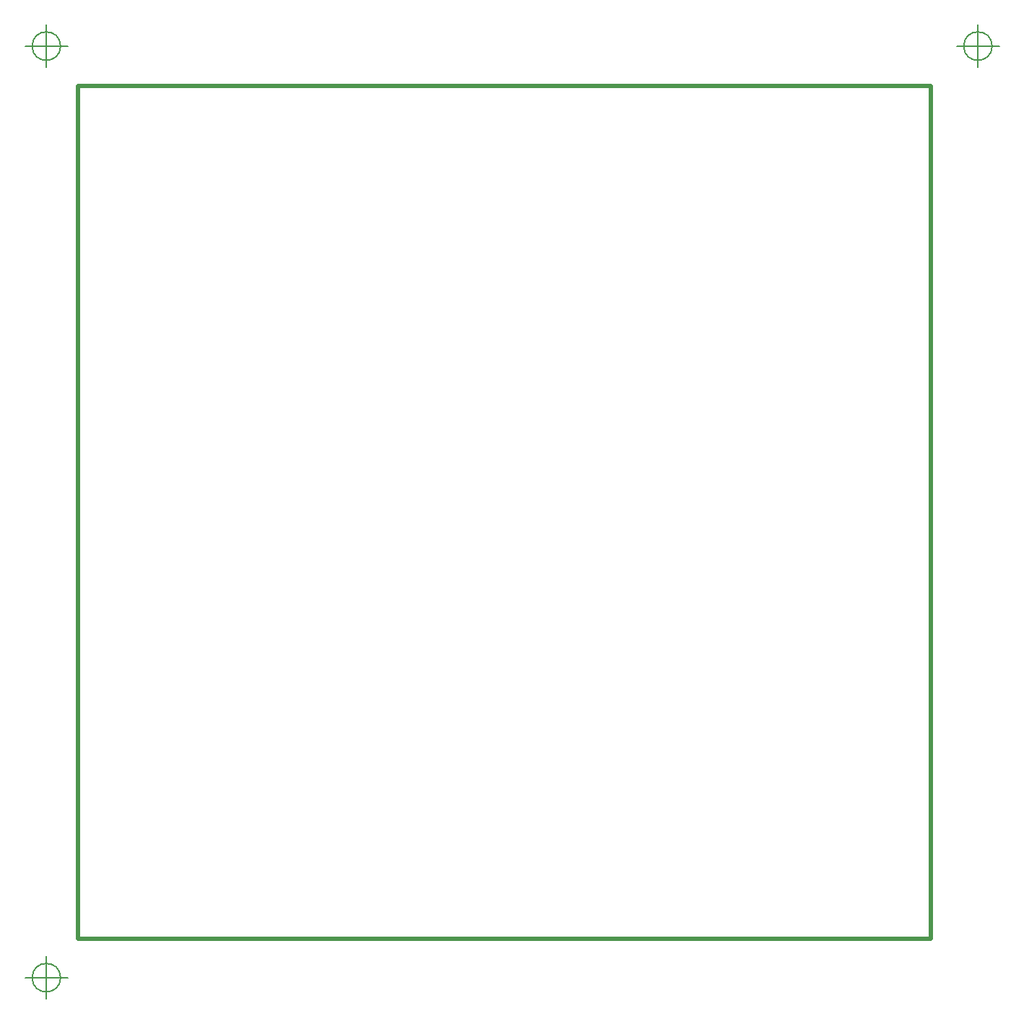
<source format=gbr>
G04 #@! TF.GenerationSoftware,KiCad,Pcbnew,(5.1.12)-1*
G04 #@! TF.CreationDate,2021-12-04T17:22:21+10:00*
G04 #@! TF.ProjectId,stmsplat2,73746d73-706c-4617-9432-2e6b69636164,rev?*
G04 #@! TF.SameCoordinates,Original*
G04 #@! TF.FileFunction,Profile,NP*
%FSLAX46Y46*%
G04 Gerber Fmt 4.6, Leading zero omitted, Abs format (unit mm)*
G04 Created by KiCad (PCBNEW (5.1.12)-1) date 2021-12-04 17:22:21*
%MOMM*%
%LPD*%
G01*
G04 APERTURE LIST*
G04 #@! TA.AperFunction,Profile*
%ADD10C,0.500000*%
G04 #@! TD*
G04 #@! TA.AperFunction,Profile*
%ADD11C,0.150000*%
G04 #@! TD*
G04 APERTURE END LIST*
D10*
X151993800Y-65633600D02*
X151993800Y-165633600D01*
X51993800Y-65633600D02*
X51993800Y-165633600D01*
X51993800Y-165633600D02*
X151993800Y-165633600D01*
X51993800Y-65633600D02*
X151993800Y-65633600D01*
D11*
X159146666Y-60960000D02*
G75*
G03*
X159146666Y-60960000I-1666666J0D01*
G01*
X154980000Y-60960000D02*
X159980000Y-60960000D01*
X157480000Y-58460000D02*
X157480000Y-63460000D01*
X49926666Y-60960000D02*
G75*
G03*
X49926666Y-60960000I-1666666J0D01*
G01*
X45760000Y-60960000D02*
X50760000Y-60960000D01*
X48260000Y-58460000D02*
X48260000Y-63460000D01*
X49926666Y-170180000D02*
G75*
G03*
X49926666Y-170180000I-1666666J0D01*
G01*
X45760000Y-170180000D02*
X50760000Y-170180000D01*
X48260000Y-167680000D02*
X48260000Y-172680000D01*
M02*

</source>
